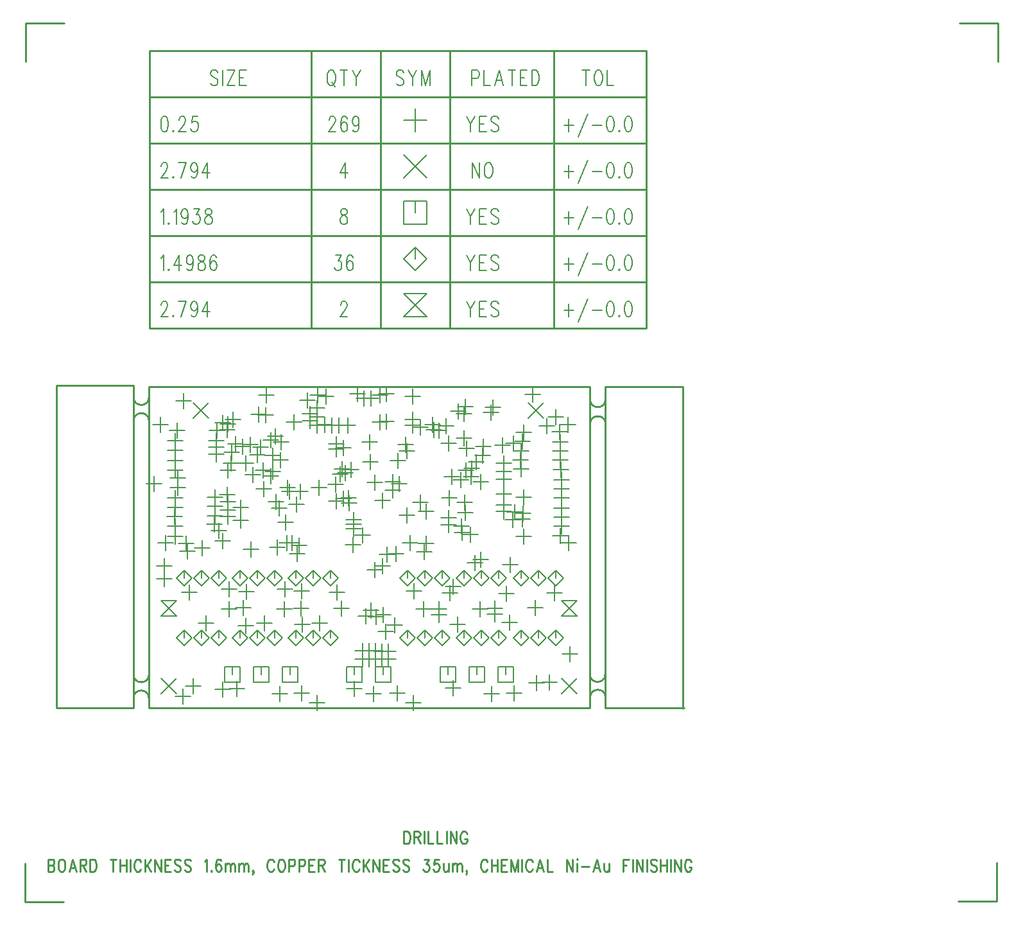
<source format=gbr>
*
*
G04 PADS Layout (Build Number 2007.21.1) generated Gerber (RS-274-X) file*
G04 PC Version=2.1*
*
%IN "2FOC-001.pcb"*%
*
%MOIN*%
*
%FSLAX35Y35*%
*
*
*
*
G04 PC Standard Apertures*
*
*
G04 Thermal Relief Aperture macro.*
%AMTER*
1,1,$1,0,0*
1,0,$1-$2,0,0*
21,0,$3,$4,0,0,45*
21,0,$3,$4,0,0,135*
%
*
*
G04 Annular Aperture macro.*
%AMANN*
1,1,$1,0,0*
1,0,$2,0,0*
%
*
*
G04 Odd Aperture macro.*
%AMODD*
1,1,$1,0,0*
1,0,$1-0.005,0,0*
%
*
*
G04 PC Custom Aperture Macros*
*
*
*
*
*
*
G04 PC Aperture Table*
*
%ADD010C,0.01*%
%ADD015C,0.008*%
%ADD070C,0.001*%
*
*
*
*
G04 PC Circuitry*
G04 Layer Name 2FOC-001.pcb - circuitry*
%LPD*%
*
*
G04 PC Custom Flashes*
G04 Layer Name 2FOC-001.pcb - flashes*
%LPD*%
*
*
G04 PC Circuitry*
G04 Layer Name 2FOC-001.pcb - circuitry*
%LPD*%
*
G54D10*
G01X357444Y393288D02*
Y386726D01*
Y393288D02*
X359035D01*
X359717Y392976*
X360172Y392351*
X360399Y391726*
X360626Y390788*
Y389226*
X360399Y388288*
X360172Y387663*
X359717Y387038*
X359035Y386726*
X357444*
X362672Y393288D02*
Y386726D01*
Y393288D02*
X364717D01*
X365399Y392976*
X365626Y392663*
X365854Y392038*
Y391413*
X365626Y390788*
X365399Y390476*
X364717Y390163*
X362672*
X364263D02*
X365854Y386726D01*
X367899Y393288D02*
Y386726D01*
X369944Y393288D02*
Y386726D01*
X372672*
X374717Y393288D02*
Y386726D01*
X377444*
X379490Y393288D02*
Y386726D01*
X381535Y393288D02*
Y386726D01*
Y393288D02*
X384717Y386726D01*
Y393288D02*
Y386726D01*
X390172Y391726D02*
X389944Y392351D01*
X389490Y392976*
X389035Y393288*
X388126*
X387672Y392976*
X387217Y392351*
X386990Y391726*
X386763Y390788*
Y389226*
X386990Y388288*
X387217Y387663*
X387672Y387038*
X388126Y386726*
X389035*
X389490Y387038*
X389944Y387663*
X390172Y388288*
Y389226*
X389035D02*
X390172D01*
X172602Y378722D02*
Y372159D01*
Y378722D02*
X174647D01*
X175329Y378409*
X175557Y378097*
X175784Y377472*
Y376847*
X175557Y376222*
X175329Y375909*
X174647Y375597*
X172602D02*
X174647D01*
X175329Y375284*
X175557Y374972*
X175784Y374347*
Y373409*
X175557Y372784*
X175329Y372472*
X174647Y372159*
X172602*
X179193Y378722D02*
X178738Y378409D01*
X178284Y377784*
X178057Y377159*
X177829Y376222*
Y374659*
X178057Y373722*
X178284Y373097*
X178738Y372472*
X179193Y372159*
X180102*
X180557Y372472*
X181011Y373097*
X181238Y373722*
X181466Y374659*
Y376222*
X181238Y377159*
X181011Y377784*
X180557Y378409*
X180102Y378722*
X179193*
X185329D02*
X183511Y372159D01*
X185329Y378722D02*
X187147Y372159D01*
X184193Y374347D02*
X186466D01*
X189193Y378722D02*
Y372159D01*
Y378722D02*
X191238D01*
X191920Y378409*
X192147Y378097*
X192375Y377472*
Y376847*
X192147Y376222*
X191920Y375909*
X191238Y375597*
X189193*
X190784D02*
X192375Y372159D01*
X194420Y378722D02*
Y372159D01*
Y378722D02*
X196011D01*
X196693Y378409*
X197147Y377784*
X197375Y377159*
X197602Y376222*
Y374659*
X197375Y373722*
X197147Y373097*
X196693Y372472*
X196011Y372159*
X194420*
X206466Y378722D02*
Y372159D01*
X204875Y378722D02*
X208057D01*
X210102D02*
Y372159D01*
X213284Y378722D02*
Y372159D01*
X210102Y375597D02*
X213284D01*
X215329Y378722D02*
Y372159D01*
X220784Y377159D02*
X220557Y377784D01*
X220102Y378409*
X219647Y378722*
X218738*
X218284Y378409*
X217829Y377784*
X217602Y377159*
X217375Y376222*
Y374659*
X217602Y373722*
X217829Y373097*
X218284Y372472*
X218738Y372159*
X219647*
X220102Y372472*
X220557Y373097*
X220784Y373722*
X222829Y378722D02*
Y372159D01*
X226011Y378722D02*
X222829Y374347D01*
X223966Y375909D02*
X226011Y372159D01*
X228057Y378722D02*
Y372159D01*
Y378722D02*
X231238Y372159D01*
Y378722D02*
Y372159D01*
X233284Y378722D02*
Y372159D01*
Y378722D02*
X236238D01*
X233284Y375597D02*
X235102D01*
X233284Y372159D02*
X236238D01*
X241466Y377784D02*
X241011Y378409D01*
X240329Y378722*
X239420*
X238738Y378409*
X238284Y377784*
Y377159*
X238511Y376534*
X238738Y376222*
X239193Y375909*
X240557Y375284*
X241011Y374972*
X241238Y374659*
X241466Y374034*
Y373097*
X241011Y372472*
X240329Y372159*
X239420*
X238738Y372472*
X238284Y373097*
X246693Y377784D02*
X246238Y378409D01*
X245557Y378722*
X244647*
X243966Y378409*
X243511Y377784*
Y377159*
X243738Y376534*
X243966Y376222*
X244420Y375909*
X245784Y375284*
X246238Y374972*
X246466Y374659*
X246693Y374034*
Y373097*
X246238Y372472*
X245557Y372159*
X244647*
X243966Y372472*
X243511Y373097*
X253966Y377472D02*
X254420Y377784D01*
X255102Y378722*
Y372159*
X257375Y372784D02*
X257147Y372472D01*
X257375Y372159*
X257602Y372472*
X257375Y372784*
X262375Y377784D02*
X262147Y378409D01*
X261466Y378722*
X261011*
X260329Y378409*
X259875Y377472*
X259647Y375909*
Y374347*
X259875Y373097*
X260329Y372472*
X261011Y372159*
X261238*
X261920Y372472*
X262375Y373097*
X262602Y374034*
Y374347*
X262375Y375284*
X261920Y375909*
X261238Y376222*
X261011*
X260329Y375909*
X259875Y375284*
X259647Y374347*
X264647Y376534D02*
Y372159D01*
Y375284D02*
X265329Y376222D01*
X265784Y376534*
X266466*
X266920Y376222*
X267147Y375284*
Y372159*
Y375284D02*
X267829Y376222D01*
X268284Y376534*
X268966*
X269420Y376222*
X269647Y375284*
Y372159*
X271693Y376534D02*
Y372159D01*
Y375284D02*
X272375Y376222D01*
X272829Y376534*
X273511*
X273966Y376222*
X274193Y375284*
Y372159*
Y375284D02*
X274875Y376222D01*
X275329Y376534*
X276011*
X276466Y376222*
X276693Y375284*
Y372159*
X279193Y372472D02*
X278966Y372159D01*
X278738Y372472*
X278966Y372784*
X279193Y372472*
Y371847*
X278966Y371222*
X278738Y370909*
X289875Y377159D02*
X289647Y377784D01*
X289193Y378409*
X288738Y378722*
X287829*
X287375Y378409*
X286920Y377784*
X286693Y377159*
X286466Y376222*
Y374659*
X286693Y373722*
X286920Y373097*
X287375Y372472*
X287829Y372159*
X288738*
X289193Y372472*
X289647Y373097*
X289875Y373722*
X293284Y378722D02*
X292829Y378409D01*
X292375Y377784*
X292147Y377159*
X291920Y376222*
Y374659*
X292147Y373722*
X292375Y373097*
X292829Y372472*
X293284Y372159*
X294193*
X294647Y372472*
X295102Y373097*
X295329Y373722*
X295557Y374659*
Y376222*
X295329Y377159*
X295102Y377784*
X294647Y378409*
X294193Y378722*
X293284*
X297602D02*
Y372159D01*
Y378722D02*
X299647D01*
X300329Y378409*
X300557Y378097*
X300784Y377472*
Y376534*
X300557Y375909*
X300329Y375597*
X299647Y375284*
X297602*
X302829Y378722D02*
Y372159D01*
Y378722D02*
X304875D01*
X305557Y378409*
X305784Y378097*
X306011Y377472*
Y376534*
X305784Y375909*
X305557Y375597*
X304875Y375284*
X302829*
X308057Y378722D02*
Y372159D01*
Y378722D02*
X311011D01*
X308057Y375597D02*
X309875D01*
X308057Y372159D02*
X311011D01*
X313057Y378722D02*
Y372159D01*
Y378722D02*
X315102D01*
X315784Y378409*
X316011Y378097*
X316238Y377472*
Y376847*
X316011Y376222*
X315784Y375909*
X315102Y375597*
X313057*
X314647D02*
X316238Y372159D01*
X325102Y378722D02*
Y372159D01*
X323511Y378722D02*
X326693D01*
X328738D02*
Y372159D01*
X334193Y377159D02*
X333966Y377784D01*
X333511Y378409*
X333057Y378722*
X332147*
X331693Y378409*
X331238Y377784*
X331011Y377159*
X330784Y376222*
Y374659*
X331011Y373722*
X331238Y373097*
X331693Y372472*
X332147Y372159*
X333057*
X333511Y372472*
X333966Y373097*
X334193Y373722*
X336238Y378722D02*
Y372159D01*
X339420Y378722D02*
X336238Y374347D01*
X337375Y375909D02*
X339420Y372159D01*
X341466Y378722D02*
Y372159D01*
Y378722D02*
X344647Y372159D01*
Y378722D02*
Y372159D01*
X346693Y378722D02*
Y372159D01*
Y378722D02*
X349647D01*
X346693Y375597D02*
X348511D01*
X346693Y372159D02*
X349647D01*
X354875Y377784D02*
X354420Y378409D01*
X353738Y378722*
X352829*
X352147Y378409*
X351693Y377784*
Y377159*
X351920Y376534*
X352147Y376222*
X352602Y375909*
X353966Y375284*
X354420Y374972*
X354647Y374659*
X354875Y374034*
Y373097*
X354420Y372472*
X353738Y372159*
X352829*
X352147Y372472*
X351693Y373097*
X360102Y377784D02*
X359647Y378409D01*
X358966Y378722*
X358057*
X357375Y378409*
X356920Y377784*
Y377159*
X357147Y376534*
X357375Y376222*
X357829Y375909*
X359193Y375284*
X359647Y374972*
X359875Y374659*
X360102Y374034*
Y373097*
X359647Y372472*
X358966Y372159*
X358057*
X357375Y372472*
X356920Y373097*
X367829Y378722D02*
X370329D01*
X368966Y376222*
X369647*
X370102Y375909*
X370329Y375597*
X370557Y374659*
Y374034*
X370329Y373097*
X369875Y372472*
X369193Y372159*
X368511*
X367829Y372472*
X367602Y372784*
X367375Y373409*
X375557Y378722D02*
X373284D01*
X373057Y375909*
X373284Y376222*
X373966Y376534*
X374647*
X375329Y376222*
X375784Y375597*
X376011Y374659*
X375784Y374034*
X375557Y373097*
X375102Y372472*
X374420Y372159*
X373738*
X373057Y372472*
X372829Y372784*
X372602Y373409*
X378057Y376534D02*
Y373409D01*
X378284Y372472*
X378738Y372159*
X379420*
X379875Y372472*
X380557Y373409*
Y376534D02*
Y372159D01*
X382602Y376534D02*
Y372159D01*
Y375284D02*
X383284Y376222D01*
X383738Y376534*
X384420*
X384875Y376222*
X385102Y375284*
Y372159*
Y375284D02*
X385784Y376222D01*
X386238Y376534*
X386920*
X387375Y376222*
X387602Y375284*
Y372159*
X390102Y372472D02*
X389875Y372159D01*
X389647Y372472*
X389875Y372784*
X390102Y372472*
Y371847*
X389875Y371222*
X389647Y370909*
X400784Y377159D02*
X400557Y377784D01*
X400102Y378409*
X399647Y378722*
X398738*
X398284Y378409*
X397829Y377784*
X397602Y377159*
X397375Y376222*
Y374659*
X397602Y373722*
X397829Y373097*
X398284Y372472*
X398738Y372159*
X399647*
X400102Y372472*
X400557Y373097*
X400784Y373722*
X402829Y378722D02*
Y372159D01*
X406011Y378722D02*
Y372159D01*
X402829Y375597D02*
X406011D01*
X408057Y378722D02*
Y372159D01*
Y378722D02*
X411011D01*
X408057Y375597D02*
X409875D01*
X408057Y372159D02*
X411011D01*
X413057Y378722D02*
Y372159D01*
Y378722D02*
X414875Y372159D01*
X416693Y378722D02*
X414875Y372159D01*
X416693Y378722D02*
Y372159D01*
X418738Y378722D02*
Y372159D01*
X424193Y377159D02*
X423966Y377784D01*
X423511Y378409*
X423057Y378722*
X422147*
X421693Y378409*
X421238Y377784*
X421011Y377159*
X420784Y376222*
Y374659*
X421011Y373722*
X421238Y373097*
X421693Y372472*
X422147Y372159*
X423057*
X423511Y372472*
X423966Y373097*
X424193Y373722*
X428057Y378722D02*
X426238Y372159D01*
X428057Y378722D02*
X429875Y372159D01*
X426920Y374347D02*
X429193D01*
X431920Y378722D02*
Y372159D01*
X434647*
X441920Y378722D02*
Y372159D01*
Y378722D02*
X445102Y372159D01*
Y378722D02*
Y372159D01*
X447147Y378722D02*
X447375Y378409D01*
X447602Y378722*
X447375Y379034*
X447147Y378722*
X447375Y376534D02*
Y372159D01*
X449647Y374972D02*
X453738D01*
X457602Y378722D02*
X455784Y372159D01*
X457602Y378722D02*
X459420Y372159D01*
X456466Y374347D02*
X458738D01*
X461466Y376534D02*
Y373409D01*
X461693Y372472*
X462147Y372159*
X462829*
X463284Y372472*
X463966Y373409*
Y376534D02*
Y372159D01*
X471238Y378722D02*
Y372159D01*
Y378722D02*
X474193D01*
X471238Y375597D02*
X473057D01*
X476238Y378722D02*
Y372159D01*
X478284Y378722D02*
Y372159D01*
Y378722D02*
X481466Y372159D01*
Y378722D02*
Y372159D01*
X483511Y378722D02*
Y372159D01*
X488738Y377784D02*
X488284Y378409D01*
X487602Y378722*
X486693*
X486011Y378409*
X485557Y377784*
Y377159*
X485784Y376534*
X486011Y376222*
X486466Y375909*
X487829Y375284*
X488284Y374972*
X488511Y374659*
X488738Y374034*
Y373097*
X488284Y372472*
X487602Y372159*
X486693*
X486011Y372472*
X485557Y373097*
X490784Y378722D02*
Y372159D01*
X493966Y378722D02*
Y372159D01*
X490784Y375597D02*
X493966D01*
X496011Y378722D02*
Y372159D01*
X498057Y378722D02*
Y372159D01*
Y378722D02*
X501238Y372159D01*
Y378722D02*
Y372159D01*
X506693Y377159D02*
X506466Y377784D01*
X506011Y378409*
X505557Y378722*
X504647*
X504193Y378409*
X503738Y377784*
X503511Y377159*
X503284Y376222*
Y374659*
X503511Y373722*
X503738Y373097*
X504193Y372472*
X504647Y372159*
X505557*
X506011Y372472*
X506466Y373097*
X506693Y373722*
Y374659*
X505557D02*
X506693D01*
X224988Y457218D02*
X454098D01*
Y623931*
X224988*
Y457218*
X180870Y812710D02*
X160870D01*
Y792710*
X160791Y376490D02*
Y356490D01*
X180791*
X645437Y356805D02*
X665437D01*
Y376805*
X665909Y792631D02*
Y812631D01*
X645909*
X216893Y624718D02*
Y457198D01*
X176933*
Y624521*
X216696*
X454107Y617296D02*
G75*
G03X462107I4000J0D01*
G01X462141Y604588D02*
G03X454141I-4000J-0D01*
G01X217014Y618422D02*
G03X225014I4000J0D01*
G01X225027Y606151D02*
G03X217027I-4000J0D01*
G01X217014Y474524D02*
G03X225014I4000J0D01*
G01X224962Y462256D02*
G03X216962I-4000J-0D01*
G01X454022Y474721D02*
G03X462022I4000J0D01*
G01X502917Y457198D02*
X462078D01*
Y623931*
X502326*
Y456805*
X462155Y462660D02*
G03X454155I-4000J-0D01*
G01X225161Y798246D02*
X483161D01*
X225161Y774246D02*
X483161D01*
X225161Y750246D02*
X483161D01*
X225161Y726246D02*
X483161D01*
X225161Y702246D02*
X483161D01*
X225161Y678246D02*
X483161D01*
X225161Y654246D02*
X483161D01*
X225161Y798246D02*
Y654246D01*
X309161Y798246D02*
Y654246D01*
X345161Y798246D02*
Y654246D01*
X381161Y798246D02*
Y654246D01*
X435161Y798246D02*
Y654246D01*
X483161Y798246D02*
Y654246D01*
G54D15*
X247933Y607395D02*
X255933Y615395D01*
X247933D02*
X255933Y607395D01*
X421948D02*
X429948Y615395D01*
X421948D02*
X429948Y607395D01*
X231161Y464395D02*
X239161Y472395D01*
X231161D02*
X239161Y464395D01*
X439161D02*
X447161Y472395D01*
X439161D02*
X447161Y464395D01*
X439161Y504895D02*
X447161D01*
X439161Y512895*
X447161*
X439161Y504895*
X243161Y489395D02*
X247161Y493395D01*
X243161Y497395*
X239161Y493395*
X243161Y489395*
Y493395D02*
Y497395D01*
X252161Y489395D02*
X256161Y493395D01*
X252161Y497395*
X248161Y493395*
X252161Y489395*
Y493395D02*
Y497395D01*
X261161Y489395D02*
X265161Y493395D01*
X261161Y497395*
X257161Y493395*
X261161Y489395*
Y493395D02*
Y497395D01*
X272161Y489395D02*
X276161Y493395D01*
X272161Y497395*
X268161Y493395*
X272161Y489395*
Y493395D02*
Y497395D01*
X281161Y489395D02*
X285161Y493395D01*
X281161Y497395*
X277161Y493395*
X281161Y489395*
Y493395D02*
Y497395D01*
X290161Y489395D02*
X294161Y493395D01*
X290161Y497395*
X286161Y493395*
X290161Y489395*
Y493395D02*
Y497395D01*
X301161Y489395D02*
X305161Y493395D01*
X301161Y497395*
X297161Y493395*
X301161Y489395*
Y493395D02*
Y497395D01*
X310161Y489395D02*
X314161Y493395D01*
X310161Y497395*
X306161Y493395*
X310161Y489395*
Y493395D02*
Y497395D01*
X319161Y489395D02*
X323161Y493395D01*
X319161Y497395*
X315161Y493395*
X319161Y489395*
Y493395D02*
Y497395D01*
X261161Y520395D02*
X265161Y524395D01*
X261161Y528395*
X257161Y524395*
X261161Y520395*
Y524395D02*
Y528395D01*
X252161Y520395D02*
X256161Y524395D01*
X252161Y528395*
X248161Y524395*
X252161Y520395*
Y524395D02*
Y528395D01*
X243161Y520395D02*
X247161Y524395D01*
X243161Y528395*
X239161Y524395*
X243161Y520395*
Y524395D02*
Y528395D01*
X290161Y520395D02*
X294161Y524395D01*
X290161Y528395*
X286161Y524395*
X290161Y520395*
Y524395D02*
Y528395D01*
X281161Y520395D02*
X285161Y524395D01*
X281161Y528395*
X277161Y524395*
X281161Y520395*
Y524395D02*
Y528395D01*
X272161Y520395D02*
X276161Y524395D01*
X272161Y528395*
X268161Y524395*
X272161Y520395*
Y524395D02*
Y528395D01*
X319161Y520395D02*
X323161Y524395D01*
X319161Y528395*
X315161Y524395*
X319161Y520395*
Y524395D02*
Y528395D01*
X310161Y520395D02*
X314161Y524395D01*
X310161Y528395*
X306161Y524395*
X310161Y520395*
Y524395D02*
Y528395D01*
X301161Y520395D02*
X305161Y524395D01*
X301161Y528395*
X297161Y524395*
X301161Y520395*
Y524395D02*
Y528395D01*
X359161Y489395D02*
X363161Y493395D01*
X359161Y497395*
X355161Y493395*
X359161Y489395*
Y493395D02*
Y497395D01*
X368161Y489395D02*
X372161Y493395D01*
X368161Y497395*
X364161Y493395*
X368161Y489395*
Y493395D02*
Y497395D01*
X377161Y489395D02*
X381161Y493395D01*
X377161Y497395*
X373161Y493395*
X377161Y489395*
Y493395D02*
Y497395D01*
X388661Y489395D02*
X392661Y493395D01*
X388661Y497395*
X384661Y493395*
X388661Y489395*
Y493395D02*
Y497395D01*
X397661Y489395D02*
X401661Y493395D01*
X397661Y497395*
X393661Y493395*
X397661Y489395*
Y493395D02*
Y497395D01*
X406661Y489395D02*
X410661Y493395D01*
X406661Y497395*
X402661Y493395*
X406661Y489395*
Y493395D02*
Y497395D01*
X418161Y489395D02*
X422161Y493395D01*
X418161Y497395*
X414161Y493395*
X418161Y489395*
Y493395D02*
Y497395D01*
X427161Y489395D02*
X431161Y493395D01*
X427161Y497395*
X423161Y493395*
X427161Y489395*
Y493395D02*
Y497395D01*
X436161Y489395D02*
X440161Y493395D01*
X436161Y497395*
X432161Y493395*
X436161Y489395*
Y493395D02*
Y497395D01*
X377161Y520395D02*
X381161Y524395D01*
X377161Y528395*
X373161Y524395*
X377161Y520395*
Y524395D02*
Y528395D01*
X368161Y520395D02*
X372161Y524395D01*
X368161Y528395*
X364161Y524395*
X368161Y520395*
Y524395D02*
Y528395D01*
X359161Y520395D02*
X363161Y524395D01*
X359161Y528395*
X355161Y524395*
X359161Y520395*
Y524395D02*
Y528395D01*
X406661Y520395D02*
X410661Y524395D01*
X406661Y528395*
X402661Y524395*
X406661Y520395*
Y524395D02*
Y528395D01*
X397661Y520395D02*
X401661Y524395D01*
X397661Y528395*
X393661Y524395*
X397661Y520395*
Y524395D02*
Y528395D01*
X388661Y520395D02*
X392661Y524395D01*
X388661Y528395*
X384661Y524395*
X388661Y520395*
Y524395D02*
Y528395D01*
X436161Y520395D02*
X440161Y524395D01*
X436161Y528395*
X432161Y524395*
X436161Y520395*
Y524395D02*
Y528395D01*
X427161Y520395D02*
X431161Y524395D01*
X427161Y528395*
X423161Y524395*
X427161Y520395*
Y524395D02*
Y528395D01*
X418161Y520395D02*
X422161Y524395D01*
X418161Y528395*
X414161Y524395*
X418161Y520395*
Y524395D02*
Y528395D01*
X327661Y470395D02*
X335661D01*
Y478395*
X327661*
Y470395*
X331661Y474395D02*
Y478395D01*
X342661Y470395D02*
X350661D01*
Y478395*
X342661*
Y470395*
X346661Y474395D02*
Y478395D01*
X264161Y470395D02*
X272161D01*
Y478395*
X264161*
Y470395*
X268161Y474395D02*
Y478395D01*
X279161Y470395D02*
X287161D01*
Y478395*
X279161*
Y470395*
X283161Y474395D02*
Y478395D01*
X294161Y470395D02*
X302161D01*
Y478395*
X294161*
Y470395*
X298161Y474395D02*
Y478395D01*
X376161Y470395D02*
X384161D01*
Y478395*
X376161*
Y470395*
X380161Y474395D02*
Y478395D01*
X391161Y470395D02*
X399161D01*
Y478395*
X391161*
Y470395*
X395161Y474395D02*
Y478395D01*
X406161Y470395D02*
X414161D01*
Y478395*
X406161*
Y470395*
X410161Y474395D02*
Y478395D01*
X231161Y504895D02*
X239161D01*
X231161Y512895*
X239161*
X231161Y504895*
X238484Y463104D02*
X246484D01*
X242484Y459104D02*
Y467104D01*
X243996Y468419D02*
X251996D01*
X247996Y464419D02*
Y472419D01*
X259350Y467041D02*
X267350D01*
X263350Y463041D02*
Y471041D01*
X266633Y467238D02*
X274633D01*
X270633Y463238D02*
Y471238D01*
X300295Y464876D02*
X308295D01*
X304295Y460876D02*
Y468876D01*
X288878Y464679D02*
X296878D01*
X292878Y460679D02*
Y468679D01*
X308366Y459757D02*
X316366D01*
X312366Y455757D02*
Y463757D01*
X327657Y467238D02*
X335657D01*
X331657Y463238D02*
Y471238D01*
X337696Y464482D02*
X345696D01*
X341696Y460482D02*
Y468482D01*
X350098Y464876D02*
X358098D01*
X354098Y460876D02*
Y468876D01*
X358366Y459954D02*
X366366D01*
X362366Y455954D02*
Y463954D01*
X378838Y467435D02*
X386838D01*
X382838Y463435D02*
Y471435D01*
X398917Y464679D02*
X406917D01*
X402917Y460679D02*
Y468679D01*
X410728Y464876D02*
X418728D01*
X414728Y460876D02*
Y468876D01*
X422145Y470191D02*
X430145D01*
X426145Y466191D02*
Y474191D01*
X429035Y470584D02*
X437035D01*
X433035Y466584D02*
Y474584D01*
X342027Y486529D02*
X350027D01*
X346027Y482529D02*
Y490529D01*
X338484Y486726D02*
X346484D01*
X342484Y482726D02*
Y490726D01*
X335137Y486726D02*
X343137D01*
X339137Y482726D02*
Y490726D01*
X331988Y486726D02*
X339988D01*
X335988Y482726D02*
Y490726D01*
X331988Y482395D02*
X339988D01*
X335988Y478395D02*
Y486395D01*
X335137Y482395D02*
X343137D01*
X339137Y478395D02*
Y486395D01*
X338484Y482395D02*
X346484D01*
X342484Y478395D02*
Y486395D01*
X342027Y482395D02*
X350027D01*
X346027Y478395D02*
Y486395D01*
X343996Y496962D02*
X351996D01*
X347996Y492962D02*
Y500962D01*
X345374Y486529D02*
X353374D01*
X349374Y482529D02*
Y490529D01*
X345374Y482395D02*
X353374D01*
X349374Y478395D02*
Y486395D01*
X439665Y485151D02*
X447665D01*
X443665Y481151D02*
Y489151D01*
X241830Y517238D02*
X249830D01*
X245830Y513238D02*
Y521238D01*
X250689Y501096D02*
X258689D01*
X254689Y497096D02*
Y505096D01*
X262500Y508576D02*
X270500D01*
X266500Y504576D02*
Y512576D01*
X271358Y499915D02*
X279358D01*
X275358Y495915D02*
Y503915D01*
X269980Y509364D02*
X277980D01*
X273980Y505364D02*
Y513364D01*
X280807Y501096D02*
X288807D01*
X284807Y497096D02*
Y505096D01*
X271555Y517435D02*
X279555D01*
X275555Y513435D02*
Y521435D01*
X300492Y500506D02*
X308492D01*
X304492Y496506D02*
Y504506D01*
X299901Y508773D02*
X307901D01*
X303901Y504773D02*
Y512773D01*
X300295Y517828D02*
X308295D01*
X304295Y513828D02*
Y521828D01*
X291437Y508576D02*
X299437D01*
X295437Y504576D02*
Y512576D01*
X309744Y501096D02*
X317744D01*
X313744Y497096D02*
Y505096D01*
X320964Y508773D02*
X328964D01*
X324964Y504773D02*
Y512773D01*
X318602Y517238D02*
X326602D01*
X322602Y513238D02*
Y521238D01*
X333563Y504836D02*
X341563D01*
X337563Y500836D02*
Y508836D01*
X338878Y504639D02*
X346878D01*
X342878Y500639D02*
Y508639D01*
X336319Y507986D02*
X344319D01*
X340319Y503986D02*
Y511986D01*
X342618Y505624D02*
X350618D01*
X346618Y501624D02*
Y509624D01*
X348720Y500112D02*
X356720D01*
X352720Y496112D02*
Y504112D01*
X358563Y517828D02*
X366563D01*
X362563Y513828D02*
Y521828D01*
X381397Y500506D02*
X389397D01*
X385397Y496506D02*
Y504506D01*
X371752Y508576D02*
X379752D01*
X375752Y504576D02*
Y512576D01*
X371752Y505427D02*
X379752D01*
X375752Y501427D02*
Y509427D01*
X363681Y508576D02*
X371681D01*
X367681Y504576D02*
Y512576D01*
X377460Y517041D02*
X385460D01*
X381460Y513041D02*
Y521041D01*
X392815Y508576D02*
X400815D01*
X396815Y504576D02*
Y512576D01*
X400689Y505820D02*
X408689D01*
X404689Y501820D02*
Y509820D01*
X400689Y508970D02*
X408689D01*
X404689Y504970D02*
Y512970D01*
X408169Y501490D02*
X416169D01*
X412169Y497490D02*
Y505490D01*
X406594Y516647D02*
X414594D01*
X410594Y512647D02*
Y520647D01*
X421752Y509167D02*
X429752D01*
X425752Y505167D02*
Y513167D01*
X431594Y517041D02*
X439594D01*
X435594Y513041D02*
Y521041D01*
X228838Y524324D02*
X236838D01*
X232838Y520324D02*
Y528324D01*
X228838Y530820D02*
X236838D01*
X232838Y526820D02*
Y534820D01*
X262696Y519009D02*
X270696D01*
X266696Y515009D02*
Y523009D01*
X297933Y537120D02*
X305933D01*
X301933Y533120D02*
Y541120D01*
X291633Y518813D02*
X299633D01*
X295633Y514813D02*
Y522813D01*
X338287Y528852D02*
X346287D01*
X342287Y524852D02*
Y532852D01*
X342421Y530820D02*
X350421D01*
X346421Y526820D02*
Y534820D01*
X344586Y536923D02*
X352586D01*
X348586Y532923D02*
Y540923D01*
X349311Y537120D02*
X357311D01*
X353311Y533120D02*
Y541120D01*
X363878Y538104D02*
X371878D01*
X367878Y534104D02*
Y542104D01*
X379035Y520191D02*
X387035D01*
X383035Y516191D02*
Y524191D01*
X390452Y532395D02*
X398452D01*
X394452Y528395D02*
Y536395D01*
X393405Y534364D02*
X401405D01*
X397405Y530364D02*
Y538364D01*
X408759Y531411D02*
X416759D01*
X412759Y527411D02*
Y535411D01*
X240256Y542631D02*
X248256D01*
X244256Y538631D02*
Y546631D01*
X241043Y538498D02*
X249043D01*
X245043Y534498D02*
Y542498D01*
X234547Y551490D02*
X242547D01*
X238547Y547490D02*
Y555490D01*
X229626Y543025D02*
X237626D01*
X233626Y539025D02*
Y547025D01*
X234350Y556608D02*
X242350D01*
X238350Y552608D02*
Y560608D01*
X234547Y546372D02*
X242547D01*
X238547Y542372D02*
Y550372D01*
X248720Y540269D02*
X256720D01*
X252720Y536269D02*
Y544269D01*
X255019Y552474D02*
X263019D01*
X259019Y548474D02*
Y556474D01*
X255216Y556805D02*
X263216D01*
X259216Y552805D02*
Y560805D01*
X257185Y549324D02*
X265185D01*
X261185Y545324D02*
Y553324D01*
X259350Y544009D02*
X267350D01*
X263350Y540009D02*
Y548009D01*
X262106Y556608D02*
X270106D01*
X266106Y552608D02*
Y560608D01*
X268799Y554639D02*
X276799D01*
X272799Y550639D02*
Y558639D01*
X273917Y539482D02*
X281917D01*
X277917Y535482D02*
Y543482D01*
X287500Y540663D02*
X295500D01*
X291500Y536663D02*
Y544663D01*
X298917Y541647D02*
X306917D01*
X302917Y537647D02*
Y545647D01*
X295177Y542828D02*
X303177D01*
X299177Y538828D02*
Y546828D01*
X292027Y553458D02*
X300027D01*
X296027Y549458D02*
Y557458D01*
X292618Y543025D02*
X300618D01*
X296618Y539025D02*
Y547025D01*
X331988Y546765D02*
X339988D01*
X335988Y542765D02*
Y550765D01*
X327263Y554836D02*
X335263D01*
X331263Y550836D02*
Y558836D01*
X326870Y541844D02*
X334870D01*
X330870Y537844D02*
Y545844D01*
X327263Y552474D02*
X335263D01*
X331263Y548474D02*
Y556474D01*
X327263Y550112D02*
X335263D01*
X331263Y546112D02*
Y554112D01*
X354822Y557198D02*
X362822D01*
X358822Y553198D02*
Y561198D01*
X356594Y543025D02*
X364594D01*
X360594Y539025D02*
Y547025D01*
X364862Y542435D02*
X372862D01*
X368862Y538435D02*
Y546435D01*
X376673Y552277D02*
X384673D01*
X380673Y548277D02*
Y556277D01*
X383366Y551687D02*
X391366D01*
X387366Y547687D02*
Y555687D01*
X376673Y555820D02*
X384673D01*
X380673Y551820D02*
Y559820D01*
X383563Y548143D02*
X391563D01*
X387563Y544143D02*
Y552143D01*
X387893Y547356D02*
X395893D01*
X391893Y543356D02*
Y551356D01*
X415452Y558380D02*
X423452D01*
X419452Y554380D02*
Y562380D01*
X415059Y555230D02*
X423059D01*
X419059Y551230D02*
Y559230D01*
X409941Y554836D02*
X417941D01*
X413941Y550836D02*
Y558836D01*
X415649Y546372D02*
X423649D01*
X419649Y542372D02*
Y550372D01*
X435137Y556214D02*
X443137D01*
X439137Y552214D02*
Y560214D01*
X435137Y551490D02*
X443137D01*
X439137Y547490D02*
Y555490D01*
X438878Y543025D02*
X446878D01*
X442878Y539025D02*
Y547025D01*
X434547Y546569D02*
X442547D01*
X438547Y542569D02*
Y550569D01*
X223523Y573537D02*
X231523D01*
X227523Y569537D02*
Y577537D01*
X234547Y566254D02*
X242547D01*
X238547Y562254D02*
Y570254D01*
X234547Y561332D02*
X242547D01*
X238547Y557332D02*
Y565332D01*
X235925Y576490D02*
X243925D01*
X239925Y572490D02*
Y580490D01*
X235925Y571569D02*
X243925D01*
X239925Y567569D02*
Y575569D01*
X255216Y566647D02*
X263216D01*
X259216Y562647D02*
Y570647D01*
X255216Y561923D02*
X263216D01*
X259216Y557923D02*
Y565923D01*
X261909Y564285D02*
X269909D01*
X265909Y560285D02*
Y568285D01*
X261712Y567828D02*
X269712D01*
X265712Y563828D02*
Y571828D01*
X261909Y559954D02*
X269909D01*
X265909Y555954D02*
Y563954D01*
X280610Y570978D02*
X288610D01*
X284610Y566978D02*
Y574978D01*
X268799Y561135D02*
X276799D01*
X272799Y557135D02*
Y565135D01*
X275098Y578261D02*
X283098D01*
X279098Y574261D02*
Y582261D01*
X297539Y562907D02*
X305539D01*
X301539Y558907D02*
Y566907D01*
X288681Y560742D02*
X296681D01*
X292681Y556742D02*
Y564742D01*
X287106Y564285D02*
X295106D01*
X291106Y560285D02*
Y568285D01*
X299704Y569600D02*
X307704D01*
X303704Y565600D02*
Y573600D01*
X293996Y569403D02*
X301996D01*
X297996Y565403D02*
Y573403D01*
X293011Y571569D02*
X301011D01*
X297011Y567569D02*
Y575569D01*
X284350Y577474D02*
X292350D01*
X288350Y573474D02*
Y581474D01*
X317815Y573340D02*
X325815D01*
X321815Y569340D02*
Y577340D01*
X321948Y565860D02*
X329948D01*
X325948Y561860D02*
Y569860D01*
X318405Y564679D02*
X326405D01*
X322405Y560679D02*
Y568679D01*
X309153Y571569D02*
X317153D01*
X313153Y567569D02*
Y575569D01*
X324507Y566057D02*
X332507D01*
X328507Y562057D02*
Y570057D01*
X338287Y574324D02*
X346287D01*
X342287Y570324D02*
Y578324D01*
X342224Y564876D02*
X350224D01*
X346224Y560876D02*
Y568876D01*
X325098Y563498D02*
X333098D01*
X329098Y559498D02*
Y567498D01*
X347736Y574521D02*
X355736D01*
X351736Y570521D02*
Y578521D01*
X347736Y570387D02*
X355736D01*
X351736Y566387D02*
Y574387D01*
X350885Y573537D02*
X358885D01*
X354885Y569537D02*
Y577537D01*
X361909Y563891D02*
X369909D01*
X365909Y559891D02*
Y567891D01*
X378248Y577277D02*
X386248D01*
X382248Y573277D02*
Y581277D01*
X376870Y566057D02*
X384870D01*
X380870Y562057D02*
Y570057D01*
X364862Y559167D02*
X372862D01*
X368862Y555167D02*
Y563167D01*
X382972Y575506D02*
X390972D01*
X386972Y571506D02*
Y579506D01*
X393208Y574521D02*
X401208D01*
X397208Y570521D02*
Y578521D01*
X384941Y563891D02*
X392941D01*
X388941Y559891D02*
Y567891D01*
X385137Y558576D02*
X393137D01*
X389137Y554576D02*
Y562576D01*
X388287Y577277D02*
X396287D01*
X392287Y573277D02*
Y581277D01*
X415649Y566647D02*
X423649D01*
X419649Y562647D02*
Y570647D01*
X411122Y558773D02*
X419122D01*
X415122Y554773D02*
Y562773D01*
X405413Y559167D02*
X413413D01*
X409413Y555167D02*
Y563167D01*
X405413Y562710D02*
X413413D01*
X409413Y558710D02*
Y566710D01*
X405413Y568222D02*
X413413D01*
X409413Y564222D02*
Y572222D01*
X405216Y575899D02*
X413216D01*
X409216Y571899D02*
Y579899D01*
X435137Y560939D02*
X443137D01*
X439137Y556939D02*
Y564939D01*
X435137Y566057D02*
X443137D01*
X439137Y562057D02*
Y570057D01*
X435137Y570781D02*
X443137D01*
X439137Y566781D02*
Y574781D01*
X435137Y575506D02*
X443137D01*
X439137Y571506D02*
Y579506D01*
X234744Y580624D02*
X242744D01*
X238744Y576624D02*
Y584624D01*
X234744Y585545D02*
X242744D01*
X238744Y581545D02*
Y589545D01*
X234744Y590860D02*
X242744D01*
X238744Y586860D02*
Y594860D01*
X234744Y595978D02*
X242744D01*
X238744Y591978D02*
Y599978D01*
X255807Y588891D02*
X263807D01*
X259807Y584891D02*
Y592891D01*
X256004Y592631D02*
X264004D01*
X260004Y588631D02*
Y596631D01*
X255807Y595978D02*
X263807D01*
X259807Y591978D02*
Y599978D01*
X262106Y580427D02*
X270106D01*
X266106Y576427D02*
Y584427D01*
X263878Y589876D02*
X271878D01*
X267878Y585876D02*
Y593876D01*
X277460Y588498D02*
X285460D01*
X281460Y584498D02*
Y592498D01*
X273523Y593813D02*
X281523D01*
X277523Y589813D02*
Y597813D01*
X266043Y594206D02*
X274043D01*
X270043Y590206D02*
Y598206D01*
X280413Y580427D02*
X288413D01*
X284413Y576427D02*
Y584427D01*
X278838Y592631D02*
X286838D01*
X282838Y588631D02*
Y596631D01*
X269783Y593025D02*
X277783D01*
X273783Y589025D02*
Y597025D01*
X263681Y584364D02*
X271681D01*
X267681Y580364D02*
Y588364D01*
X271358Y584364D02*
X279358D01*
X275358Y580364D02*
Y588364D01*
X285137Y580033D02*
X293137D01*
X289137Y576033D02*
Y584033D01*
X289665Y595191D02*
X297665D01*
X293665Y591191D02*
Y599191D01*
X285137Y588104D02*
X293137D01*
X289137Y584104D02*
Y592104D01*
X284153Y596175D02*
X292153D01*
X288153Y592175D02*
Y600175D01*
X286712Y598143D02*
X294712D01*
X290712Y594143D02*
Y602143D01*
X289271Y585742D02*
X297271D01*
X293271Y581742D02*
Y589742D01*
X321161Y581214D02*
X329161D01*
X325161Y577214D02*
Y585214D01*
X320177Y578655D02*
X328177D01*
X324177Y574655D02*
Y582655D01*
X322933Y579246D02*
X330933D01*
X326933Y575246D02*
Y583246D01*
X318405Y591647D02*
X326405D01*
X322405Y587647D02*
Y595647D01*
X318405Y594206D02*
X326405D01*
X322405Y590206D02*
Y598206D01*
X321948Y592238D02*
X329948D01*
X325948Y588238D02*
Y596238D01*
X326082Y580820D02*
X334082D01*
X330082Y576820D02*
Y584820D01*
X335925Y584954D02*
X343925D01*
X339925Y580954D02*
Y588954D01*
X335728Y595387D02*
X343728D01*
X339728Y591387D02*
Y599387D01*
X350295Y585545D02*
X358295D01*
X354295Y581545D02*
Y589545D01*
X354232Y593813D02*
X362232D01*
X358232Y589813D02*
Y597813D01*
X354822Y590663D02*
X362822D01*
X358822Y586663D02*
Y594663D01*
X376476Y594600D02*
X384476D01*
X380476Y590600D02*
Y598600D01*
X388484Y581608D02*
X396484D01*
X392484Y577608D02*
Y585608D01*
X385531Y580427D02*
X393531D01*
X389531Y576427D02*
Y584427D01*
X391043Y584954D02*
X399043D01*
X395043Y580954D02*
Y588954D01*
X394193Y588301D02*
X402193D01*
X398193Y584301D02*
Y592301D01*
X394586Y593025D02*
X402586D01*
X398586Y589025D02*
Y597025D01*
X386122Y591844D02*
X394122D01*
X390122Y587844D02*
Y595844D01*
X384744Y597356D02*
X392744D01*
X388744Y593356D02*
Y601356D01*
X414468Y581214D02*
X422468D01*
X418468Y577214D02*
Y585214D01*
X410137Y594600D02*
X418137D01*
X414137Y590600D02*
Y598600D01*
X414271Y590663D02*
X422271D01*
X418271Y586663D02*
Y594663D01*
X414074Y585939D02*
X422074D01*
X418074Y581939D02*
Y589939D01*
X414862Y595584D02*
X422862D01*
X418862Y591584D02*
Y599584D01*
X404626Y593616D02*
X412626D01*
X408626Y589616D02*
Y597616D01*
X405216Y584167D02*
X413216D01*
X409216Y580167D02*
Y588167D01*
X405216Y580033D02*
X413216D01*
X409216Y576033D02*
Y584033D01*
X434941Y581017D02*
X442941D01*
X438941Y577017D02*
Y585017D01*
X434744Y590466D02*
X442744D01*
X438744Y586466D02*
Y594466D01*
X434744Y585742D02*
X442744D01*
X438744Y581742D02*
Y589742D01*
X434744Y595387D02*
X442744D01*
X438744Y591387D02*
Y599387D01*
X227067Y604246D02*
X235067D01*
X231067Y600246D02*
Y608246D01*
X235531Y601096D02*
X243531D01*
X239531Y597096D02*
Y605096D01*
X239074Y616450D02*
X247074D01*
X243074Y612450D02*
Y620450D01*
X261909Y604443D02*
X269909D01*
X265909Y600443D02*
Y608443D01*
X259350Y605230D02*
X267350D01*
X263350Y601230D02*
Y609230D01*
X261712Y601687D02*
X269712D01*
X265712Y597687D02*
Y605687D01*
X256397Y601096D02*
X264397D01*
X260397Y597096D02*
Y605096D01*
X277854Y609561D02*
X285854D01*
X281854Y605561D02*
Y613561D01*
X264665Y606805D02*
X272665D01*
X268665Y602805D02*
Y610805D01*
X281791Y609167D02*
X289791D01*
X285791Y605167D02*
Y613167D01*
X296161Y605624D02*
X304161D01*
X300161Y601624D02*
Y609624D01*
X303248Y617041D02*
X311248D01*
X307248Y613041D02*
Y621041D01*
X308366Y604049D02*
X316366D01*
X312366Y600049D02*
Y608049D01*
X304626Y606214D02*
X312626D01*
X308626Y602214D02*
Y610214D01*
X308366Y608380D02*
X316366D01*
X312366Y604380D02*
Y612380D01*
X308169Y612907D02*
X316169D01*
X312169Y608907D02*
Y616907D01*
X304626Y609954D02*
X312626D01*
X308626Y605954D02*
Y613954D01*
X319586Y604049D02*
X327586D01*
X323586Y600049D02*
Y608049D01*
X316043Y604049D02*
X324043D01*
X320043Y600049D02*
Y608049D01*
X312303Y604246D02*
X320303D01*
X316303Y600246D02*
Y608246D01*
X332775Y617828D02*
X340775D01*
X336775Y613828D02*
Y621828D01*
X324311Y603852D02*
X332311D01*
X328311Y599852D02*
Y607852D01*
X340846Y605624D02*
X348846D01*
X344846Y601624D02*
Y609624D01*
X336319Y617828D02*
X344319D01*
X340319Y613828D02*
Y621828D01*
X362106Y602868D02*
X370106D01*
X366106Y598868D02*
Y606868D01*
X357972Y606805D02*
X365972D01*
X361972Y602805D02*
Y610805D01*
X344389Y606017D02*
X352389D01*
X348389Y602017D02*
Y610017D01*
X357972Y603852D02*
X365972D01*
X361972Y599852D02*
Y607852D01*
X375295Y603655D02*
X383295D01*
X379295Y599655D02*
Y607655D01*
X368405Y604246D02*
X376405D01*
X372405Y600246D02*
Y608246D01*
X368996Y601687D02*
X376996D01*
X372996Y597687D02*
Y605687D01*
X371752Y601096D02*
X379752D01*
X375752Y597096D02*
Y605096D01*
X381594Y611332D02*
X389594D01*
X385594Y607332D02*
Y615332D01*
X384744Y609757D02*
X392744D01*
X388744Y605757D02*
Y613757D01*
X398720Y610545D02*
X406720D01*
X402720Y606545D02*
Y614545D01*
X399507Y613104D02*
X407507D01*
X403507Y609104D02*
Y617104D01*
X385334Y613498D02*
X393334D01*
X389334Y609498D02*
Y617498D01*
X415649Y600309D02*
X423649D01*
X419649Y596309D02*
Y604309D01*
X434153Y600506D02*
X442153D01*
X438153Y596506D02*
Y604506D01*
X438681Y604246D02*
X446681D01*
X442681Y600246D02*
Y608246D01*
X432381Y608183D02*
X440381D01*
X436381Y604183D02*
Y612183D01*
X427657Y603458D02*
X435657D01*
X431657Y599458D02*
Y607458D01*
X281988Y619600D02*
X289988D01*
X285988Y615600D02*
Y623600D01*
X308563Y619403D02*
X316563D01*
X312563Y615403D02*
Y623403D01*
X313090Y618813D02*
X321090D01*
X317090Y614813D02*
Y622813D01*
X340846Y619600D02*
X348846D01*
X344846Y615600D02*
Y623600D01*
X329232Y620191D02*
X337232D01*
X333232Y616191D02*
Y624191D01*
X344193Y620191D02*
X352193D01*
X348193Y616191D02*
Y624191D01*
X357972Y618813D02*
X365972D01*
X361972Y614813D02*
Y622813D01*
X420374Y619797D02*
X428374D01*
X424374Y615797D02*
Y623797D01*
X260761Y786996D02*
X260216Y787746D01*
X259397Y788121*
X258306*
X257488Y787746*
X256943Y786996*
Y786246*
X257216Y785496*
X257488Y785121*
X258034Y784746*
X259670Y783996*
X260216Y783621*
X260488Y783246*
X260761Y782496*
Y781371*
X260216Y780621*
X259397Y780246*
X258306*
X257488Y780621*
X256943Y781371*
X263216Y788121D02*
Y780246D01*
X269488Y788121D02*
X265670Y780246D01*
Y788121D02*
X269488D01*
X265670Y780246D02*
X269488D01*
X271943Y788121D02*
Y780246D01*
Y788121D02*
X275488D01*
X271943Y784371D02*
X274125D01*
X271943Y780246D02*
X275488D01*
X319125Y788121D02*
X318579Y787746D01*
X318034Y786996*
X317761Y786246*
X317488Y785121*
Y783246*
X317761Y782121*
X318034Y781371*
X318579Y780621*
X319125Y780246*
X320216*
X320761Y780621*
X321306Y781371*
X321579Y782121*
X321852Y783246*
Y785121*
X321579Y786246*
X321306Y786996*
X320761Y787746*
X320216Y788121*
X319125*
X319943Y781746D02*
X321579Y779496D01*
X326216Y788121D02*
Y780246D01*
X324306Y788121D02*
X328125D01*
X330579D02*
X332761Y784371D01*
Y780246*
X334943Y788121D02*
X332761Y784371D01*
X357306Y786996D02*
X356761Y787746D01*
X355943Y788121*
X354852*
X354034Y787746*
X353488Y786996*
Y786246*
X353761Y785496*
X354034Y785121*
X354579Y784746*
X356216Y783996*
X356761Y783621*
X357034Y783246*
X357306Y782496*
Y781371*
X356761Y780621*
X355943Y780246*
X354852*
X354034Y780621*
X353488Y781371*
X359761Y788121D02*
X361943Y784371D01*
Y780246*
X364125Y788121D02*
X361943Y784371D01*
X366579Y788121D02*
Y780246D01*
Y788121D02*
X368761Y780246D01*
X370943Y788121D02*
X368761Y780246D01*
X370943Y788121D02*
Y780246D01*
X392761Y788121D02*
Y780246D01*
Y788121D02*
X395216D01*
X396034Y787746*
X396306Y787371*
X396579Y786621*
Y785496*
X396306Y784746*
X396034Y784371*
X395216Y783996*
X392761*
X399034Y788121D02*
Y780246D01*
X402306*
X406943Y788121D02*
X404761Y780246D01*
X406943Y788121D02*
X409125Y780246D01*
X405579Y782871D02*
X408306D01*
X413488Y788121D02*
Y780246D01*
X411579Y788121D02*
X415397D01*
X417852D02*
Y780246D01*
Y788121D02*
X421397D01*
X417852Y784371D02*
X420034D01*
X417852Y780246D02*
X421397D01*
X423852Y788121D02*
Y780246D01*
Y788121D02*
X425761D01*
X426579Y787746*
X427125Y786996*
X427397Y786246*
X427670Y785121*
Y783246*
X427397Y782121*
X427125Y781371*
X426579Y780621*
X425761Y780246*
X423852*
X451943Y788121D02*
Y780246D01*
X450034Y788121D02*
X453852D01*
X457943D02*
X457397Y787746D01*
X456852Y786996*
X456579Y786246*
X456306Y785121*
Y783246*
X456579Y782121*
X456852Y781371*
X457397Y780621*
X457943Y780246*
X459034*
X459579Y780621*
X460125Y781371*
X460397Y782121*
X460670Y783246*
Y785121*
X460397Y786246*
X460125Y786996*
X459579Y787746*
X459034Y788121*
X457943*
X463125D02*
Y780246D01*
X466397*
X232797Y764121D02*
X231979Y763746D01*
X231434Y762621*
X231161Y760746*
Y759621*
X231434Y757746*
X231979Y756621*
X232797Y756246*
X233343*
X234161Y756621*
X234706Y757746*
X234979Y759621*
Y760746*
X234706Y762621*
X234161Y763746*
X233343Y764121*
X232797*
X237706Y756996D02*
X237434Y756621D01*
X237706Y756246*
X237979Y756621*
X237706Y756996*
X240706Y762246D02*
Y762621D01*
X240979Y763371*
X241252Y763746*
X241797Y764121*
X242888*
X243434Y763746*
X243706Y763371*
X243979Y762621*
Y761871*
X243706Y761121*
X243161Y759996*
X240434Y756246*
X244252*
X250252Y764121D02*
X247525D01*
X247252Y760746*
X247525Y761121*
X248343Y761496*
X249161*
X249979Y761121*
X250525Y760371*
X250797Y759246*
X250525Y758496*
X250252Y757371*
X249706Y756621*
X248888Y756246*
X248070*
X247252Y756621*
X246979Y756996*
X246706Y757746*
X318579Y762246D02*
Y762621D01*
X318852Y763371*
X319125Y763746*
X319670Y764121*
X320761*
X321306Y763746*
X321579Y763371*
X321852Y762621*
Y761871*
X321579Y761121*
X321034Y759996*
X318306Y756246*
X322125*
X327852Y762996D02*
X327579Y763746D01*
X326761Y764121*
X326216*
X325397Y763746*
X324852Y762621*
X324579Y760746*
Y758871*
X324852Y757371*
X325397Y756621*
X326216Y756246*
X326488*
X327306Y756621*
X327852Y757371*
X328125Y758496*
Y758871*
X327852Y759996*
X327306Y760746*
X326488Y761121*
X326216*
X325397Y760746*
X324852Y759996*
X324579Y758871*
X334125Y761496D02*
X333852Y760371D01*
X333306Y759621*
X332488Y759246*
X332216*
X331397Y759621*
X330852Y760371*
X330579Y761496*
Y761871*
X330852Y762996*
X331397Y763746*
X332216Y764121*
X332488*
X333306Y763746*
X333852Y762996*
X334125Y761496*
Y759621*
X333852Y757746*
X333306Y756621*
X332488Y756246*
X331943*
X331125Y756621*
X330852Y757371*
X357161Y762246D02*
X369161D01*
X363161Y756246D02*
Y768246D01*
X389897Y764121D02*
X392079Y760371D01*
Y756246*
X394261Y764121D02*
X392079Y760371D01*
X396716Y764121D02*
Y756246D01*
Y764121D02*
X400261D01*
X396716Y760371D02*
X398897D01*
X396716Y756246D02*
X400261D01*
X406534Y762996D02*
X405988Y763746D01*
X405170Y764121*
X404079*
X403261Y763746*
X402716Y762996*
Y762246*
X402988Y761496*
X403261Y761121*
X403806Y760746*
X405443Y759996*
X405988Y759621*
X406261Y759246*
X406534Y758496*
Y757371*
X405988Y756621*
X405170Y756246*
X404079*
X403261Y756621*
X402716Y757371*
X443079Y762996D02*
Y756246D01*
X440625Y759621D02*
X445534D01*
X452897Y765621D02*
X447988Y753621D01*
X455352Y759621D02*
X460261D01*
X464352Y764121D02*
X463534Y763746D01*
X462988Y762621*
X462716Y760746*
Y759621*
X462988Y757746*
X463534Y756621*
X464352Y756246*
X464897*
X465716Y756621*
X466261Y757746*
X466534Y759621*
Y760746*
X466261Y762621*
X465716Y763746*
X464897Y764121*
X464352*
X469261Y756996D02*
X468988Y756621D01*
X469261Y756246*
X469534Y756621*
X469261Y756996*
X473625Y764121D02*
X472806Y763746D01*
X472261Y762621*
X471988Y760746*
Y759621*
X472261Y757746*
X472806Y756621*
X473625Y756246*
X474170*
X474988Y756621*
X475534Y757746*
X475806Y759621*
Y760746*
X475534Y762621*
X474988Y763746*
X474170Y764121*
X473625*
X231434Y738246D02*
Y738621D01*
X231706Y739371*
X231979Y739746*
X232525Y740121*
X233616*
X234161Y739746*
X234434Y739371*
X234706Y738621*
Y737871*
X234434Y737121*
X233888Y735996*
X231161Y732246*
X234979*
X237706Y732996D02*
X237434Y732621D01*
X237706Y732246*
X237979Y732621*
X237706Y732996*
X244252Y740121D02*
X241525Y732246D01*
X240434Y740121D02*
X244252D01*
X250252Y737496D02*
X249979Y736371D01*
X249434Y735621*
X248616Y735246*
X248343*
X247525Y735621*
X246979Y736371*
X246706Y737496*
Y737871*
X246979Y738996*
X247525Y739746*
X248343Y740121*
X248616*
X249434Y739746*
X249979Y738996*
X250252Y737496*
Y735621*
X249979Y733746*
X249434Y732621*
X248616Y732246*
X248070*
X247252Y732621*
X246979Y733371*
X255434Y740121D02*
X252706Y734871D01*
X256797*
X255434Y740121D02*
Y732246D01*
X326897Y740121D02*
X324170Y734871D01*
X328261*
X326897Y740121D02*
Y732246D01*
X357161D02*
X369161Y744246D01*
X357161D02*
X369161Y732246D01*
X392897Y740121D02*
Y732246D01*
Y740121D02*
X396716Y732246D01*
Y740121D02*
Y732246D01*
X400806Y740121D02*
X400261Y739746D01*
X399716Y738996*
X399443Y738246*
X399170Y737121*
Y735246*
X399443Y734121*
X399716Y733371*
X400261Y732621*
X400806Y732246*
X401897*
X402443Y732621*
X402988Y733371*
X403261Y734121*
X403534Y735246*
Y737121*
X403261Y738246*
X402988Y738996*
X402443Y739746*
X401897Y740121*
X400806*
X443079Y738996D02*
Y732246D01*
X440625Y735621D02*
X445534D01*
X452897Y741621D02*
X447988Y729621D01*
X455352Y735621D02*
X460261D01*
X464352Y740121D02*
X463534Y739746D01*
X462988Y738621*
X462716Y736746*
Y735621*
X462988Y733746*
X463534Y732621*
X464352Y732246*
X464897*
X465716Y732621*
X466261Y733746*
X466534Y735621*
Y736746*
X466261Y738621*
X465716Y739746*
X464897Y740121*
X464352*
X469261Y732996D02*
X468988Y732621D01*
X469261Y732246*
X469534Y732621*
X469261Y732996*
X473625Y740121D02*
X472806Y739746D01*
X472261Y738621*
X471988Y736746*
Y735621*
X472261Y733746*
X472806Y732621*
X473625Y732246*
X474170*
X474988Y732621*
X475534Y733746*
X475806Y735621*
Y736746*
X475534Y738621*
X474988Y739746*
X474170Y740121*
X473625*
X231161Y714621D02*
X231706Y714996D01*
X232525Y716121*
Y708246*
X235252Y708996D02*
X234979Y708621D01*
X235252Y708246*
X235525Y708621*
X235252Y708996*
X237979Y714621D02*
X238525Y714996D01*
X239343Y716121*
Y708246*
X245343Y713496D02*
X245070Y712371D01*
X244525Y711621*
X243706Y711246*
X243434*
X242616Y711621*
X242070Y712371*
X241797Y713496*
Y713871*
X242070Y714996*
X242616Y715746*
X243434Y716121*
X243706*
X244525Y715746*
X245070Y714996*
X245343Y713496*
Y711621*
X245070Y709746*
X244525Y708621*
X243706Y708246*
X243161*
X242343Y708621*
X242070Y709371*
X248343Y716121D02*
X251343D01*
X249706Y713121*
X250525*
X251070Y712746*
X251343Y712371*
X251616Y711246*
Y710496*
X251343Y709371*
X250797Y708621*
X249979Y708246*
X249161*
X248343Y708621*
X248070Y708996*
X247797Y709746*
X255434Y716121D02*
X254616Y715746D01*
X254343Y714996*
Y714246*
X254616Y713496*
X255161Y713121*
X256252Y712746*
X257070Y712371*
X257616Y711621*
X257888Y710871*
Y709746*
X257616Y708996*
X257343Y708621*
X256525Y708246*
X255434*
X254616Y708621*
X254343Y708996*
X254070Y709746*
Y710871*
X254343Y711621*
X254888Y712371*
X255706Y712746*
X256797Y713121*
X257343Y713496*
X257616Y714246*
Y714996*
X257343Y715746*
X256525Y716121*
X255434*
X325670D02*
X324852Y715746D01*
X324579Y714996*
Y714246*
X324852Y713496*
X325397Y713121*
X326488Y712746*
X327306Y712371*
X327852Y711621*
X328125Y710871*
Y709746*
X327852Y708996*
X327579Y708621*
X326761Y708246*
X325670*
X324852Y708621*
X324579Y708996*
X324306Y709746*
Y710871*
X324579Y711621*
X325125Y712371*
X325943Y712746*
X327034Y713121*
X327579Y713496*
X327852Y714246*
Y714996*
X327579Y715746*
X326761Y716121*
X325670*
X357161Y708246D02*
X369161D01*
Y720246*
X357161*
Y708246*
X363161Y714246D02*
Y720246D01*
X389897Y716121D02*
X392079Y712371D01*
Y708246*
X394261Y716121D02*
X392079Y712371D01*
X396716Y716121D02*
Y708246D01*
Y716121D02*
X400261D01*
X396716Y712371D02*
X398897D01*
X396716Y708246D02*
X400261D01*
X406534Y714996D02*
X405988Y715746D01*
X405170Y716121*
X404079*
X403261Y715746*
X402716Y714996*
Y714246*
X402988Y713496*
X403261Y713121*
X403806Y712746*
X405443Y711996*
X405988Y711621*
X406261Y711246*
X406534Y710496*
Y709371*
X405988Y708621*
X405170Y708246*
X404079*
X403261Y708621*
X402716Y709371*
X443079Y714996D02*
Y708246D01*
X440625Y711621D02*
X445534D01*
X452897Y717621D02*
X447988Y705621D01*
X455352Y711621D02*
X460261D01*
X464352Y716121D02*
X463534Y715746D01*
X462988Y714621*
X462716Y712746*
Y711621*
X462988Y709746*
X463534Y708621*
X464352Y708246*
X464897*
X465716Y708621*
X466261Y709746*
X466534Y711621*
Y712746*
X466261Y714621*
X465716Y715746*
X464897Y716121*
X464352*
X469261Y708996D02*
X468988Y708621D01*
X469261Y708246*
X469534Y708621*
X469261Y708996*
X473625Y716121D02*
X472806Y715746D01*
X472261Y714621*
X471988Y712746*
Y711621*
X472261Y709746*
X472806Y708621*
X473625Y708246*
X474170*
X474988Y708621*
X475534Y709746*
X475806Y711621*
Y712746*
X475534Y714621*
X474988Y715746*
X474170Y716121*
X473625*
X231161Y690621D02*
X231706Y690996D01*
X232525Y692121*
Y684246*
X235252Y684996D02*
X234979Y684621D01*
X235252Y684246*
X235525Y684621*
X235252Y684996*
X240706Y692121D02*
X237979Y686871D01*
X242070*
X240706Y692121D02*
Y684246D01*
X248070Y689496D02*
X247797Y688371D01*
X247252Y687621*
X246434Y687246*
X246161*
X245343Y687621*
X244797Y688371*
X244525Y689496*
Y689871*
X244797Y690996*
X245343Y691746*
X246161Y692121*
X246434*
X247252Y691746*
X247797Y690996*
X248070Y689496*
Y687621*
X247797Y685746*
X247252Y684621*
X246434Y684246*
X245888*
X245070Y684621*
X244797Y685371*
X251888Y692121D02*
X251070Y691746D01*
X250797Y690996*
Y690246*
X251070Y689496*
X251616Y689121*
X252706Y688746*
X253525Y688371*
X254070Y687621*
X254343Y686871*
Y685746*
X254070Y684996*
X253797Y684621*
X252979Y684246*
X251888*
X251070Y684621*
X250797Y684996*
X250525Y685746*
Y686871*
X250797Y687621*
X251343Y688371*
X252161Y688746*
X253252Y689121*
X253797Y689496*
X254070Y690246*
Y690996*
X253797Y691746*
X252979Y692121*
X251888*
X260070Y690996D02*
X259797Y691746D01*
X258979Y692121*
X258434*
X257616Y691746*
X257070Y690621*
X256797Y688746*
Y686871*
X257070Y685371*
X257616Y684621*
X258434Y684246*
X258706*
X259525Y684621*
X260070Y685371*
X260343Y686496*
Y686871*
X260070Y687996*
X259525Y688746*
X258706Y689121*
X258434*
X257616Y688746*
X257070Y687996*
X256797Y686871*
X321852Y692121D02*
X324852D01*
X323216Y689121*
X324034*
X324579Y688746*
X324852Y688371*
X325125Y687246*
Y686496*
X324852Y685371*
X324306Y684621*
X323488Y684246*
X322670*
X321852Y684621*
X321579Y684996*
X321306Y685746*
X330852Y690996D02*
X330579Y691746D01*
X329761Y692121*
X329216*
X328397Y691746*
X327852Y690621*
X327579Y688746*
Y686871*
X327852Y685371*
X328397Y684621*
X329216Y684246*
X329488*
X330306Y684621*
X330852Y685371*
X331125Y686496*
Y686871*
X330852Y687996*
X330306Y688746*
X329488Y689121*
X329216*
X328397Y688746*
X327852Y687996*
X327579Y686871*
X363161Y684246D02*
X369161Y690246D01*
X363161Y696246*
X357161Y690246*
X363161Y684246*
Y690246D02*
Y696246D01*
X389897Y692121D02*
X392079Y688371D01*
Y684246*
X394261Y692121D02*
X392079Y688371D01*
X396716Y692121D02*
Y684246D01*
Y692121D02*
X400261D01*
X396716Y688371D02*
X398897D01*
X396716Y684246D02*
X400261D01*
X406534Y690996D02*
X405988Y691746D01*
X405170Y692121*
X404079*
X403261Y691746*
X402716Y690996*
Y690246*
X402988Y689496*
X403261Y689121*
X403806Y688746*
X405443Y687996*
X405988Y687621*
X406261Y687246*
X406534Y686496*
Y685371*
X405988Y684621*
X405170Y684246*
X404079*
X403261Y684621*
X402716Y685371*
X443079Y690996D02*
Y684246D01*
X440625Y687621D02*
X445534D01*
X452897Y693621D02*
X447988Y681621D01*
X455352Y687621D02*
X460261D01*
X464352Y692121D02*
X463534Y691746D01*
X462988Y690621*
X462716Y688746*
Y687621*
X462988Y685746*
X463534Y684621*
X464352Y684246*
X464897*
X465716Y684621*
X466261Y685746*
X466534Y687621*
Y688746*
X466261Y690621*
X465716Y691746*
X464897Y692121*
X464352*
X469261Y684996D02*
X468988Y684621D01*
X469261Y684246*
X469534Y684621*
X469261Y684996*
X473625Y692121D02*
X472806Y691746D01*
X472261Y690621*
X471988Y688746*
Y687621*
X472261Y685746*
X472806Y684621*
X473625Y684246*
X474170*
X474988Y684621*
X475534Y685746*
X475806Y687621*
Y688746*
X475534Y690621*
X474988Y691746*
X474170Y692121*
X473625*
X231434Y666246D02*
Y666621D01*
X231706Y667371*
X231979Y667746*
X232525Y668121*
X233616*
X234161Y667746*
X234434Y667371*
X234706Y666621*
Y665871*
X234434Y665121*
X233888Y663996*
X231161Y660246*
X234979*
X237706Y660996D02*
X237434Y660621D01*
X237706Y660246*
X237979Y660621*
X237706Y660996*
X244252Y668121D02*
X241525Y660246D01*
X240434Y668121D02*
X244252D01*
X250252Y665496D02*
X249979Y664371D01*
X249434Y663621*
X248616Y663246*
X248343*
X247525Y663621*
X246979Y664371*
X246706Y665496*
Y665871*
X246979Y666996*
X247525Y667746*
X248343Y668121*
X248616*
X249434Y667746*
X249979Y666996*
X250252Y665496*
Y663621*
X249979Y661746*
X249434Y660621*
X248616Y660246*
X248070*
X247252Y660621*
X246979Y661371*
X255434Y668121D02*
X252706Y662871D01*
X256797*
X255434Y668121D02*
Y660246D01*
X324579Y666246D02*
Y666621D01*
X324852Y667371*
X325125Y667746*
X325670Y668121*
X326761*
X327306Y667746*
X327579Y667371*
X327852Y666621*
Y665871*
X327579Y665121*
X327034Y663996*
X324306Y660246*
X328125*
X357161D02*
X369161D01*
X357161Y672246*
X369161*
X357161Y660246*
X389897Y668121D02*
X392079Y664371D01*
Y660246*
X394261Y668121D02*
X392079Y664371D01*
X396716Y668121D02*
Y660246D01*
Y668121D02*
X400261D01*
X396716Y664371D02*
X398897D01*
X396716Y660246D02*
X400261D01*
X406534Y666996D02*
X405988Y667746D01*
X405170Y668121*
X404079*
X403261Y667746*
X402716Y666996*
Y666246*
X402988Y665496*
X403261Y665121*
X403806Y664746*
X405443Y663996*
X405988Y663621*
X406261Y663246*
X406534Y662496*
Y661371*
X405988Y660621*
X405170Y660246*
X404079*
X403261Y660621*
X402716Y661371*
X443079Y666996D02*
Y660246D01*
X440625Y663621D02*
X445534D01*
X452897Y669621D02*
X447988Y657621D01*
X455352Y663621D02*
X460261D01*
X464352Y668121D02*
X463534Y667746D01*
X462988Y666621*
X462716Y664746*
Y663621*
X462988Y661746*
X463534Y660621*
X464352Y660246*
X464897*
X465716Y660621*
X466261Y661746*
X466534Y663621*
Y664746*
X466261Y666621*
X465716Y667746*
X464897Y668121*
X464352*
X469261Y660996D02*
X468988Y660621D01*
X469261Y660246*
X469534Y660621*
X469261Y660996*
X473625Y668121D02*
X472806Y667746D01*
X472261Y666621*
X471988Y664746*
Y663621*
X472261Y661746*
X472806Y660621*
X473625Y660246*
X474170*
X474988Y660621*
X475534Y661746*
X475806Y663621*
Y664746*
X475534Y666621*
X474988Y667746*
X474170Y668121*
X473625*
G54D70*
G74*
X0Y0D02*
M02*

</source>
